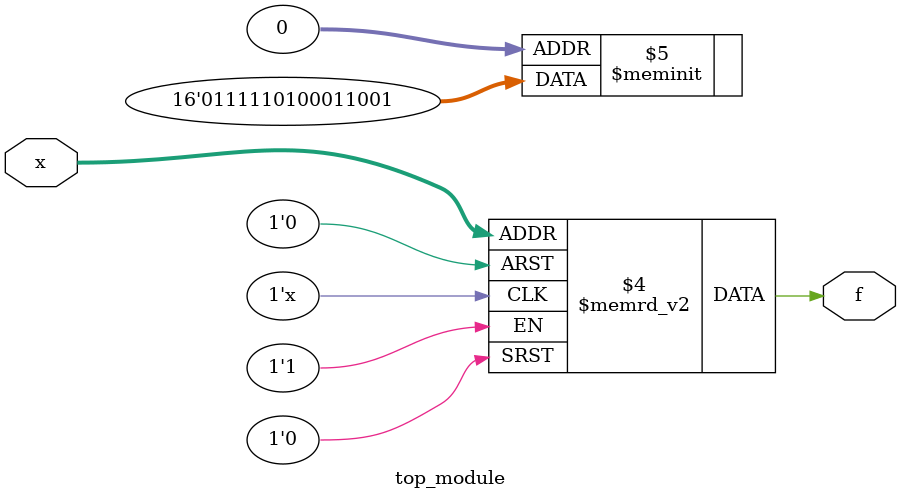
<source format=sv>
module top_module (
    input [4:1] x,
    output logic f
);

    always_comb begin
        case (x)
          4'b0000: f = 1'b1;
          4'b0001: f = 1'b0;
          4'b0011: f = 1'b1;
          4'b0010: f = 1'b0;
          4'b0110: f = 1'b0;
          4'b0111: f = 1'b0;
          4'b0101: f = 1'b0;
          4'b0100: f = 1'b1;
          4'b1100: f = 1'b1;
          4'b1101: f = 1'b1;
          4'b1111: f = 1'b0;
          4'b1110: f = 1'b1;
          4'b1010: f = 1'b1;
          4'b1011: f = 1'b1;
          4'b1001: f = 1'b0;
          4'b1000: f = 1'b1;
          default: f = 1'b0;
        endcase
    end
endmodule

</source>
